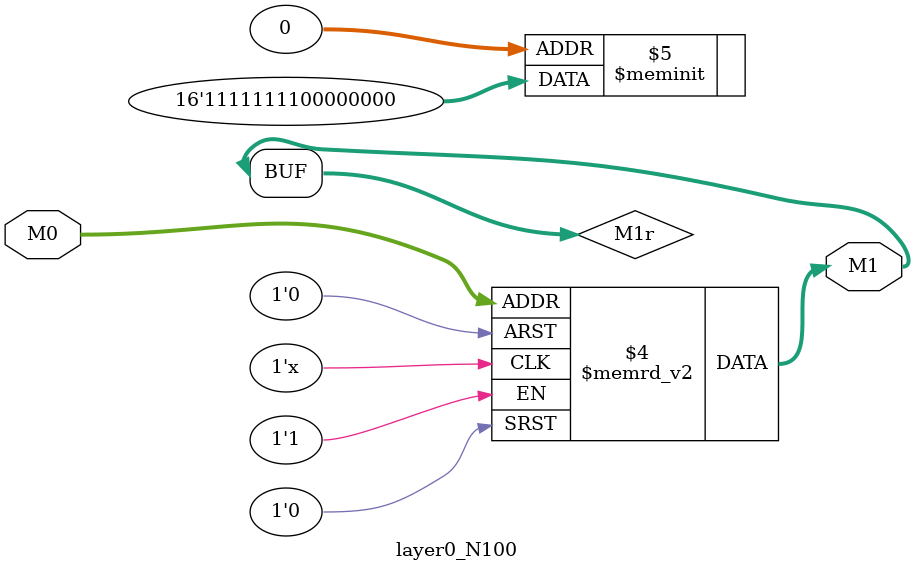
<source format=v>
module layer0_N100 ( input [2:0] M0, output [1:0] M1 );

	(*rom_style = "distributed" *) reg [1:0] M1r;
	assign M1 = M1r;
	always @ (M0) begin
		case (M0)
			3'b000: M1r = 2'b00;
			3'b100: M1r = 2'b11;
			3'b010: M1r = 2'b00;
			3'b110: M1r = 2'b11;
			3'b001: M1r = 2'b00;
			3'b101: M1r = 2'b11;
			3'b011: M1r = 2'b00;
			3'b111: M1r = 2'b11;

		endcase
	end
endmodule

</source>
